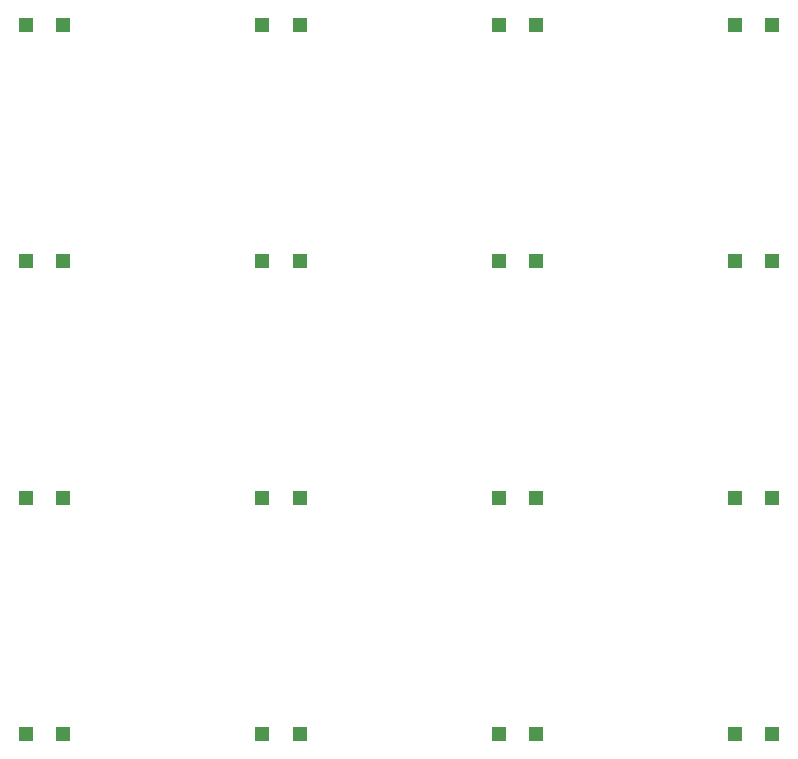
<source format=gbr>
%TF.GenerationSoftware,KiCad,Pcbnew,(6.0.4)*%
%TF.CreationDate,2022-05-01T23:44:28+08:00*%
%TF.ProjectId,RP2040_16Key_ili9341_LCD_keypad,52503230-3430-45f3-9136-4b65795f696c,rev?*%
%TF.SameCoordinates,Original*%
%TF.FileFunction,Paste,Top*%
%TF.FilePolarity,Positive*%
%FSLAX46Y46*%
G04 Gerber Fmt 4.6, Leading zero omitted, Abs format (unit mm)*
G04 Created by KiCad (PCBNEW (6.0.4)) date 2022-05-01 23:44:28*
%MOMM*%
%LPD*%
G01*
G04 APERTURE LIST*
%ADD10R,1.200000X1.200000*%
G04 APERTURE END LIST*
D10*
%TO.C,D7*%
X104261667Y-106260000D03*
X101111667Y-106260000D03*
%TD*%
%TO.C,D14*%
X84261667Y-146260000D03*
X81111667Y-146260000D03*
%TD*%
%TO.C,D13*%
X64261667Y-146260000D03*
X61111667Y-146260000D03*
%TD*%
%TO.C,D10*%
X84261667Y-126260000D03*
X81111667Y-126260000D03*
%TD*%
%TO.C,D4*%
X124261667Y-86260000D03*
X121111667Y-86260000D03*
%TD*%
%TO.C,D9*%
X64261667Y-126260000D03*
X61111667Y-126260000D03*
%TD*%
%TO.C,D12*%
X124261667Y-126260000D03*
X121111667Y-126260000D03*
%TD*%
%TO.C,D1*%
X64261667Y-86260000D03*
X61111667Y-86260000D03*
%TD*%
%TO.C,D2*%
X84261667Y-86260000D03*
X81111667Y-86260000D03*
%TD*%
%TO.C,D11*%
X104261667Y-126260000D03*
X101111667Y-126260000D03*
%TD*%
%TO.C,D8*%
X124261667Y-106260000D03*
X121111667Y-106260000D03*
%TD*%
%TO.C,D15*%
X104261667Y-146260000D03*
X101111667Y-146260000D03*
%TD*%
%TO.C,D5*%
X64261667Y-106260000D03*
X61111667Y-106260000D03*
%TD*%
%TO.C,D16*%
X124261667Y-146260000D03*
X121111667Y-146260000D03*
%TD*%
%TO.C,D6*%
X84261667Y-106260000D03*
X81111667Y-106260000D03*
%TD*%
%TO.C,D3*%
X104261667Y-86260000D03*
X101111667Y-86260000D03*
%TD*%
M02*

</source>
